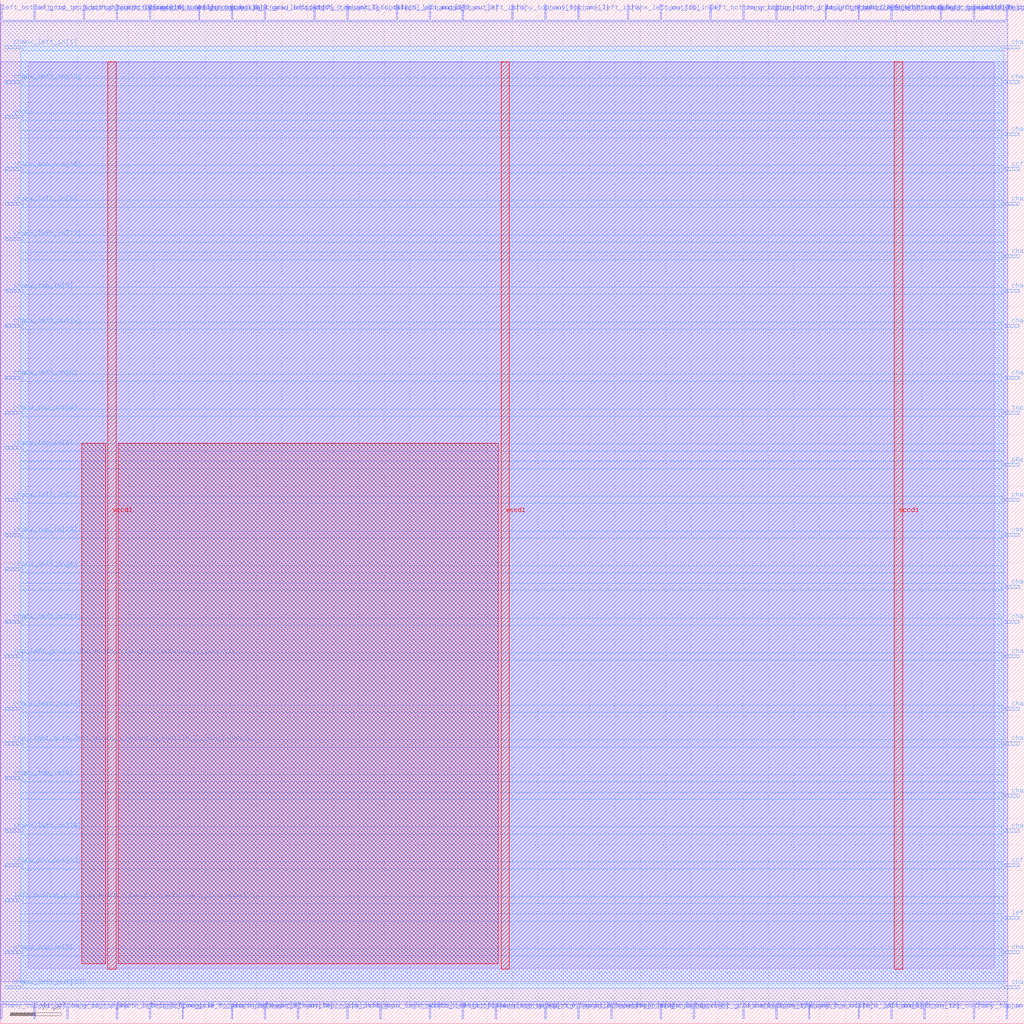
<source format=lef>
VERSION 5.7 ;
  NOWIREEXTENSIONATPIN ON ;
  DIVIDERCHAR "/" ;
  BUSBITCHARS "[]" ;
MACRO sb_4__0_
  CLASS BLOCK ;
  FOREIGN sb_4__0_ ;
  ORIGIN 0.000 0.000 ;
  SIZE 200.000 BY 200.000 ;
  PIN ccff_head
    DIRECTION INPUT ;
    USE SIGNAL ;
    PORT
      LAYER met3 ;
        RECT 196.000 30.640 199.000 31.240 ;
    END
  END ccff_head
  PIN ccff_tail
    DIRECTION OUTPUT TRISTATE ;
    USE SIGNAL ;
    PORT
      LAYER met3 ;
        RECT 196.000 166.640 199.000 167.240 ;
    END
  END ccff_tail
  PIN chanx_left_in[0]
    DIRECTION INPUT ;
    USE SIGNAL ;
    PORT
      LAYER met2 ;
        RECT 112.790 196.000 113.070 199.000 ;
    END
  END chanx_left_in[0]
  PIN chanx_left_in[10]
    DIRECTION INPUT ;
    USE SIGNAL ;
    PORT
      LAYER met3 ;
        RECT 196.000 190.440 199.000 191.040 ;
    END
  END chanx_left_in[10]
  PIN chanx_left_in[11]
    DIRECTION INPUT ;
    USE SIGNAL ;
    PORT
      LAYER met3 ;
        RECT 1.000 61.240 4.000 61.840 ;
    END
  END chanx_left_in[11]
  PIN chanx_left_in[12]
    DIRECTION INPUT ;
    USE SIGNAL ;
    PORT
      LAYER met2 ;
        RECT 173.970 1.000 174.250 4.000 ;
    END
  END chanx_left_in[12]
  PIN chanx_left_in[13]
    DIRECTION INPUT ;
    USE SIGNAL ;
    PORT
      LAYER met3 ;
        RECT 1.000 183.640 4.000 184.240 ;
    END
  END chanx_left_in[13]
  PIN chanx_left_in[14]
    DIRECTION INPUT ;
    USE SIGNAL ;
    PORT
      LAYER met2 ;
        RECT 190.070 196.000 190.350 199.000 ;
    END
  END chanx_left_in[14]
  PIN chanx_left_in[15]
    DIRECTION INPUT ;
    USE SIGNAL ;
    PORT
      LAYER met2 ;
        RECT 144.990 1.000 145.270 4.000 ;
    END
  END chanx_left_in[15]
  PIN chanx_left_in[16]
    DIRECTION INPUT ;
    USE SIGNAL ;
    PORT
      LAYER met3 ;
        RECT 1.000 37.440 4.000 38.040 ;
    END
  END chanx_left_in[16]
  PIN chanx_left_in[17]
    DIRECTION INPUT ;
    USE SIGNAL ;
    PORT
      LAYER met3 ;
        RECT 1.000 153.040 4.000 153.640 ;
    END
  END chanx_left_in[17]
  PIN chanx_left_in[18]
    DIRECTION INPUT ;
    USE SIGNAL ;
    PORT
      LAYER met2 ;
        RECT 51.610 1.000 51.890 4.000 ;
    END
  END chanx_left_in[18]
  PIN chanx_left_in[1]
    DIRECTION INPUT ;
    USE SIGNAL ;
    PORT
      LAYER met3 ;
        RECT 1.000 190.440 4.000 191.040 ;
    END
  END chanx_left_in[1]
  PIN chanx_left_in[2]
    DIRECTION INPUT ;
    USE SIGNAL ;
    PORT
      LAYER met2 ;
        RECT 22.630 1.000 22.910 4.000 ;
    END
  END chanx_left_in[2]
  PIN chanx_left_in[3]
    DIRECTION INPUT ;
    USE SIGNAL ;
    PORT
      LAYER met3 ;
        RECT 1.000 102.040 4.000 102.640 ;
    END
  END chanx_left_in[3]
  PIN chanx_left_in[4]
    DIRECTION INPUT ;
    USE SIGNAL ;
    PORT
      LAYER met3 ;
        RECT 1.000 88.440 4.000 89.040 ;
    END
  END chanx_left_in[4]
  PIN chanx_left_in[5]
    DIRECTION INPUT ;
    USE SIGNAL ;
    PORT
      LAYER met3 ;
        RECT 196.000 142.840 199.000 143.440 ;
    END
  END chanx_left_in[5]
  PIN chanx_left_in[6]
    DIRECTION INPUT ;
    USE SIGNAL ;
    PORT
      LAYER met2 ;
        RECT 90.250 196.000 90.530 199.000 ;
    END
  END chanx_left_in[6]
  PIN chanx_left_in[7]
    DIRECTION INPUT ;
    USE SIGNAL ;
    PORT
      LAYER met2 ;
        RECT 167.530 1.000 167.810 4.000 ;
    END
  END chanx_left_in[7]
  PIN chanx_left_in[8]
    DIRECTION INPUT ;
    USE SIGNAL ;
    PORT
      LAYER met3 ;
        RECT 1.000 125.840 4.000 126.440 ;
    END
  END chanx_left_in[8]
  PIN chanx_left_in[9]
    DIRECTION INPUT ;
    USE SIGNAL ;
    PORT
      LAYER met3 ;
        RECT 1.000 159.840 4.000 160.440 ;
    END
  END chanx_left_in[9]
  PIN chanx_left_out[0]
    DIRECTION OUTPUT TRISTATE ;
    USE SIGNAL ;
    PORT
      LAYER met3 ;
        RECT 1.000 136.040 4.000 136.640 ;
    END
  END chanx_left_out[0]
  PIN chanx_left_out[10]
    DIRECTION OUTPUT TRISTATE ;
    USE SIGNAL ;
    PORT
      LAYER met2 ;
        RECT 112.790 1.000 113.070 4.000 ;
    END
  END chanx_left_out[10]
  PIN chanx_left_out[11]
    DIRECTION OUTPUT TRISTATE ;
    USE SIGNAL ;
    PORT
      LAYER met2 ;
        RECT 74.150 1.000 74.430 4.000 ;
    END
  END chanx_left_out[11]
  PIN chanx_left_out[12]
    DIRECTION OUTPUT TRISTATE ;
    USE SIGNAL ;
    PORT
      LAYER met2 ;
        RECT 196.510 1.000 196.790 4.000 ;
    END
  END chanx_left_out[12]
  PIN chanx_left_out[13]
    DIRECTION OUTPUT TRISTATE ;
    USE SIGNAL ;
    PORT
      LAYER met3 ;
        RECT 1.000 6.840 4.000 7.440 ;
    END
  END chanx_left_out[13]
  PIN chanx_left_out[14]
    DIRECTION OUTPUT TRISTATE ;
    USE SIGNAL ;
    PORT
      LAYER met3 ;
        RECT 196.000 102.040 199.000 102.640 ;
    END
  END chanx_left_out[14]
  PIN chanx_left_out[15]
    DIRECTION OUTPUT TRISTATE ;
    USE SIGNAL ;
    PORT
      LAYER met2 ;
        RECT 122.450 196.000 122.730 199.000 ;
    END
  END chanx_left_out[15]
  PIN chanx_left_out[16]
    DIRECTION OUTPUT TRISTATE ;
    USE SIGNAL ;
    PORT
      LAYER met2 ;
        RECT 67.710 196.000 67.990 199.000 ;
    END
  END chanx_left_out[16]
  PIN chanx_left_out[17]
    DIRECTION OUTPUT TRISTATE ;
    USE SIGNAL ;
    PORT
      LAYER met3 ;
        RECT 196.000 183.640 199.000 184.240 ;
    END
  END chanx_left_out[17]
  PIN chanx_left_out[18]
    DIRECTION OUTPUT TRISTATE ;
    USE SIGNAL ;
    PORT
      LAYER met2 ;
        RECT 83.810 1.000 84.090 4.000 ;
    END
  END chanx_left_out[18]
  PIN chanx_left_out[1]
    DIRECTION OUTPUT TRISTATE ;
    USE SIGNAL ;
    PORT
      LAYER met3 ;
        RECT 1.000 78.240 4.000 78.840 ;
    END
  END chanx_left_out[1]
  PIN chanx_left_out[2]
    DIRECTION OUTPUT TRISTATE ;
    USE SIGNAL ;
    PORT
      LAYER met3 ;
        RECT 196.000 173.440 199.000 174.040 ;
    END
  END chanx_left_out[2]
  PIN chanx_left_out[3]
    DIRECTION OUTPUT TRISTATE ;
    USE SIGNAL ;
    PORT
      LAYER met2 ;
        RECT 77.370 196.000 77.650 199.000 ;
    END
  END chanx_left_out[3]
  PIN chanx_left_out[4]
    DIRECTION OUTPUT TRISTATE ;
    USE SIGNAL ;
    PORT
      LAYER met3 ;
        RECT 196.000 44.240 199.000 44.840 ;
    END
  END chanx_left_out[4]
  PIN chanx_left_out[5]
    DIRECTION OUTPUT TRISTATE ;
    USE SIGNAL ;
    PORT
      LAYER met3 ;
        RECT 196.000 61.240 199.000 61.840 ;
    END
  END chanx_left_out[5]
  PIN chanx_left_out[6]
    DIRECTION OUTPUT TRISTATE ;
    USE SIGNAL ;
    PORT
      LAYER met2 ;
        RECT 83.810 196.000 84.090 199.000 ;
    END
  END chanx_left_out[6]
  PIN chanx_left_out[7]
    DIRECTION OUTPUT TRISTATE ;
    USE SIGNAL ;
    PORT
      LAYER met2 ;
        RECT 51.610 196.000 51.890 199.000 ;
    END
  END chanx_left_out[7]
  PIN chanx_left_out[8]
    DIRECTION OUTPUT TRISTATE ;
    USE SIGNAL ;
    PORT
      LAYER met2 ;
        RECT 128.890 1.000 129.170 4.000 ;
    END
  END chanx_left_out[8]
  PIN chanx_left_out[9]
    DIRECTION OUTPUT TRISTATE ;
    USE SIGNAL ;
    PORT
      LAYER met2 ;
        RECT 45.170 1.000 45.450 4.000 ;
    END
  END chanx_left_out[9]
  PIN chany_top_in[0]
    DIRECTION INPUT ;
    USE SIGNAL ;
    PORT
      LAYER met3 ;
        RECT 196.000 149.640 199.000 150.240 ;
    END
  END chany_top_in[0]
  PIN chany_top_in[10]
    DIRECTION INPUT ;
    USE SIGNAL ;
    PORT
      LAYER met2 ;
        RECT 190.070 1.000 190.350 4.000 ;
    END
  END chany_top_in[10]
  PIN chany_top_in[11]
    DIRECTION INPUT ;
    USE SIGNAL ;
    PORT
      LAYER met3 ;
        RECT 196.000 78.240 199.000 78.840 ;
    END
  END chany_top_in[11]
  PIN chany_top_in[12]
    DIRECTION INPUT ;
    USE SIGNAL ;
    PORT
      LAYER met2 ;
        RECT 144.990 196.000 145.270 199.000 ;
    END
  END chany_top_in[12]
  PIN chany_top_in[13]
    DIRECTION INPUT ;
    USE SIGNAL ;
    PORT
      LAYER met2 ;
        RECT 61.270 196.000 61.550 199.000 ;
    END
  END chany_top_in[13]
  PIN chany_top_in[14]
    DIRECTION INPUT ;
    USE SIGNAL ;
    PORT
      LAYER met3 ;
        RECT 196.000 6.840 199.000 7.440 ;
    END
  END chany_top_in[14]
  PIN chany_top_in[15]
    DIRECTION INPUT ;
    USE SIGNAL ;
    PORT
      LAYER met3 ;
        RECT 196.000 159.840 199.000 160.440 ;
    END
  END chany_top_in[15]
  PIN chany_top_in[16]
    DIRECTION INPUT ;
    USE SIGNAL ;
    PORT
      LAYER met2 ;
        RECT 183.630 196.000 183.910 199.000 ;
    END
  END chany_top_in[16]
  PIN chany_top_in[17]
    DIRECTION INPUT ;
    USE SIGNAL ;
    PORT
      LAYER met2 ;
        RECT 106.350 196.000 106.630 199.000 ;
    END
  END chany_top_in[17]
  PIN chany_top_in[18]
    DIRECTION INPUT ;
    USE SIGNAL ;
    PORT
      LAYER met3 ;
        RECT 1.000 95.240 4.000 95.840 ;
    END
  END chany_top_in[18]
  PIN chany_top_in[1]
    DIRECTION INPUT ;
    USE SIGNAL ;
    PORT
      LAYER met3 ;
        RECT 196.000 37.440 199.000 38.040 ;
    END
  END chany_top_in[1]
  PIN chany_top_in[2]
    DIRECTION INPUT ;
    USE SIGNAL ;
    PORT
      LAYER met3 ;
        RECT 1.000 112.240 4.000 112.840 ;
    END
  END chany_top_in[2]
  PIN chany_top_in[3]
    DIRECTION INPUT ;
    USE SIGNAL ;
    PORT
      LAYER met3 ;
        RECT 1.000 13.640 4.000 14.240 ;
    END
  END chany_top_in[3]
  PIN chany_top_in[4]
    DIRECTION INPUT ;
    USE SIGNAL ;
    PORT
      LAYER met2 ;
        RECT 128.890 196.000 129.170 199.000 ;
    END
  END chany_top_in[4]
  PIN chany_top_in[5]
    DIRECTION INPUT ;
    USE SIGNAL ;
    PORT
      LAYER met3 ;
        RECT 1.000 142.840 4.000 143.440 ;
    END
  END chany_top_in[5]
  PIN chany_top_in[6]
    DIRECTION INPUT ;
    USE SIGNAL ;
    PORT
      LAYER met2 ;
        RECT 151.430 1.000 151.710 4.000 ;
    END
  END chany_top_in[6]
  PIN chany_top_in[7]
    DIRECTION INPUT ;
    USE SIGNAL ;
    PORT
      LAYER met2 ;
        RECT 167.530 196.000 167.810 199.000 ;
    END
  END chany_top_in[7]
  PIN chany_top_in[8]
    DIRECTION INPUT ;
    USE SIGNAL ;
    PORT
      LAYER met3 ;
        RECT 1.000 47.640 4.000 48.240 ;
    END
  END chany_top_in[8]
  PIN chany_top_in[9]
    DIRECTION INPUT ;
    USE SIGNAL ;
    PORT
      LAYER met2 ;
        RECT 12.970 1.000 13.250 4.000 ;
    END
  END chany_top_in[9]
  PIN chany_top_out[0]
    DIRECTION OUTPUT TRISTATE ;
    USE SIGNAL ;
    PORT
      LAYER met2 ;
        RECT 58.050 1.000 58.330 4.000 ;
    END
  END chany_top_out[0]
  PIN chany_top_out[10]
    DIRECTION OUTPUT TRISTATE ;
    USE SIGNAL ;
    PORT
      LAYER met2 ;
        RECT 180.410 1.000 180.690 4.000 ;
    END
  END chany_top_out[10]
  PIN chany_top_out[11]
    DIRECTION OUTPUT TRISTATE ;
    USE SIGNAL ;
    PORT
      LAYER met3 ;
        RECT 196.000 85.040 199.000 85.640 ;
    END
  END chany_top_out[11]
  PIN chany_top_out[12]
    DIRECTION OUTPUT TRISTATE ;
    USE SIGNAL ;
    PORT
      LAYER met3 ;
        RECT 196.000 54.440 199.000 55.040 ;
    END
  END chany_top_out[12]
  PIN chany_top_out[13]
    DIRECTION OUTPUT TRISTATE ;
    USE SIGNAL ;
    PORT
      LAYER met3 ;
        RECT 1.000 30.640 4.000 31.240 ;
    END
  END chany_top_out[13]
  PIN chany_top_out[14]
    DIRECTION OUTPUT TRISTATE ;
    USE SIGNAL ;
    PORT
      LAYER met3 ;
        RECT 1.000 166.640 4.000 167.240 ;
    END
  END chany_top_out[14]
  PIN chany_top_out[15]
    DIRECTION OUTPUT TRISTATE ;
    USE SIGNAL ;
    PORT
      LAYER met3 ;
        RECT 196.000 13.640 199.000 14.240 ;
    END
  END chany_top_out[15]
  PIN chany_top_out[16]
    DIRECTION OUTPUT TRISTATE ;
    USE SIGNAL ;
    PORT
      LAYER met2 ;
        RECT 22.630 196.000 22.910 199.000 ;
    END
  END chany_top_out[16]
  PIN chany_top_out[17]
    DIRECTION OUTPUT TRISTATE ;
    USE SIGNAL ;
    PORT
      LAYER met3 ;
        RECT 196.000 71.440 199.000 72.040 ;
    END
  END chany_top_out[17]
  PIN chany_top_out[18]
    DIRECTION OUTPUT TRISTATE ;
    USE SIGNAL ;
    PORT
      LAYER met3 ;
        RECT 196.000 125.840 199.000 126.440 ;
    END
  END chany_top_out[18]
  PIN chany_top_out[1]
    DIRECTION OUTPUT TRISTATE ;
    USE SIGNAL ;
    PORT
      LAYER met2 ;
        RECT 157.870 1.000 158.150 4.000 ;
    END
  END chany_top_out[1]
  PIN chany_top_out[2]
    DIRECTION OUTPUT TRISTATE ;
    USE SIGNAL ;
    PORT
      LAYER met3 ;
        RECT 196.000 136.040 199.000 136.640 ;
    END
  END chany_top_out[2]
  PIN chany_top_out[3]
    DIRECTION OUTPUT TRISTATE ;
    USE SIGNAL ;
    PORT
      LAYER met2 ;
        RECT 29.070 196.000 29.350 199.000 ;
    END
  END chany_top_out[3]
  PIN chany_top_out[4]
    DIRECTION OUTPUT TRISTATE ;
    USE SIGNAL ;
    PORT
      LAYER met3 ;
        RECT 1.000 119.040 4.000 119.640 ;
    END
  END chany_top_out[4]
  PIN chany_top_out[5]
    DIRECTION OUTPUT TRISTATE ;
    USE SIGNAL ;
    PORT
      LAYER met2 ;
        RECT 96.690 1.000 96.970 4.000 ;
    END
  END chany_top_out[5]
  PIN chany_top_out[6]
    DIRECTION OUTPUT TRISTATE ;
    USE SIGNAL ;
    PORT
      LAYER met2 ;
        RECT 0.090 1.000 0.370 4.000 ;
    END
  END chany_top_out[6]
  PIN chany_top_out[7]
    DIRECTION OUTPUT TRISTATE ;
    USE SIGNAL ;
    PORT
      LAYER met2 ;
        RECT 119.230 1.000 119.510 4.000 ;
    END
  END chany_top_out[7]
  PIN chany_top_out[8]
    DIRECTION OUTPUT TRISTATE ;
    USE SIGNAL ;
    PORT
      LAYER met2 ;
        RECT 38.730 196.000 39.010 199.000 ;
    END
  END chany_top_out[8]
  PIN chany_top_out[9]
    DIRECTION OUTPUT TRISTATE ;
    USE SIGNAL ;
    PORT
      LAYER met2 ;
        RECT 99.910 196.000 100.190 199.000 ;
    END
  END chany_top_out[9]
  PIN left_bottom_grid_top_width_0_height_0_subtile_0__pin_inpad_0_
    DIRECTION INPUT ;
    USE SIGNAL ;
    PORT
      LAYER met3 ;
        RECT 1.000 23.840 4.000 24.440 ;
    END
  END left_bottom_grid_top_width_0_height_0_subtile_0__pin_inpad_0_
  PIN left_bottom_grid_top_width_0_height_0_subtile_1__pin_inpad_0_
    DIRECTION INPUT ;
    USE SIGNAL ;
    PORT
      LAYER met2 ;
        RECT 0.090 196.000 0.370 199.000 ;
    END
  END left_bottom_grid_top_width_0_height_0_subtile_1__pin_inpad_0_
  PIN left_bottom_grid_top_width_0_height_0_subtile_2__pin_inpad_0_
    DIRECTION INPUT ;
    USE SIGNAL ;
    PORT
      LAYER met2 ;
        RECT 29.070 1.000 29.350 4.000 ;
    END
  END left_bottom_grid_top_width_0_height_0_subtile_2__pin_inpad_0_
  PIN left_bottom_grid_top_width_0_height_0_subtile_3__pin_inpad_0_
    DIRECTION INPUT ;
    USE SIGNAL ;
    PORT
      LAYER met2 ;
        RECT 6.530 1.000 6.810 4.000 ;
    END
  END left_bottom_grid_top_width_0_height_0_subtile_3__pin_inpad_0_
  PIN left_bottom_grid_top_width_0_height_0_subtile_4__pin_inpad_0_
    DIRECTION INPUT ;
    USE SIGNAL ;
    PORT
      LAYER met2 ;
        RECT 173.970 196.000 174.250 199.000 ;
    END
  END left_bottom_grid_top_width_0_height_0_subtile_4__pin_inpad_0_
  PIN left_bottom_grid_top_width_0_height_0_subtile_5__pin_inpad_0_
    DIRECTION INPUT ;
    USE SIGNAL ;
    PORT
      LAYER met2 ;
        RECT 138.550 196.000 138.830 199.000 ;
    END
  END left_bottom_grid_top_width_0_height_0_subtile_5__pin_inpad_0_
  PIN left_bottom_grid_top_width_0_height_0_subtile_6__pin_inpad_0_
    DIRECTION INPUT ;
    USE SIGNAL ;
    PORT
      LAYER met2 ;
        RECT 90.250 1.000 90.530 4.000 ;
    END
  END left_bottom_grid_top_width_0_height_0_subtile_6__pin_inpad_0_
  PIN left_bottom_grid_top_width_0_height_0_subtile_7__pin_inpad_0_
    DIRECTION INPUT ;
    USE SIGNAL ;
    PORT
      LAYER met2 ;
        RECT 196.510 196.000 196.790 199.000 ;
    END
  END left_bottom_grid_top_width_0_height_0_subtile_7__pin_inpad_0_
  PIN left_top_grid_bottom_width_0_height_0_subtile_0__pin_O_2_
    DIRECTION INPUT ;
    USE SIGNAL ;
    PORT
      LAYER met3 ;
        RECT 196.000 20.440 199.000 21.040 ;
    END
  END left_top_grid_bottom_width_0_height_0_subtile_0__pin_O_2_
  PIN left_top_grid_bottom_width_0_height_0_subtile_0__pin_O_6_
    DIRECTION INPUT ;
    USE SIGNAL ;
    PORT
      LAYER met2 ;
        RECT 6.530 196.000 6.810 199.000 ;
    END
  END left_top_grid_bottom_width_0_height_0_subtile_0__pin_O_6_
  PIN pReset
    DIRECTION INPUT ;
    USE SIGNAL ;
    PORT
      LAYER met3 ;
        RECT 196.000 108.840 199.000 109.440 ;
    END
  END pReset
  PIN prog_clk
    DIRECTION INPUT ;
    USE SIGNAL ;
    PORT
      LAYER met2 ;
        RECT 35.510 1.000 35.790 4.000 ;
    END
  END prog_clk
  PIN top_left_grid_right_width_0_height_0_subtile_0__pin_O_1_
    DIRECTION INPUT ;
    USE SIGNAL ;
    PORT
      LAYER met2 ;
        RECT 67.710 1.000 67.990 4.000 ;
    END
  END top_left_grid_right_width_0_height_0_subtile_0__pin_O_1_
  PIN top_left_grid_right_width_0_height_0_subtile_0__pin_O_5_
    DIRECTION INPUT ;
    USE SIGNAL ;
    PORT
      LAYER met3 ;
        RECT 1.000 71.440 4.000 72.040 ;
    END
  END top_left_grid_right_width_0_height_0_subtile_0__pin_O_5_
  PIN top_right_grid_left_width_0_height_0_subtile_0__pin_inpad_0_
    DIRECTION INPUT ;
    USE SIGNAL ;
    PORT
      LAYER met3 ;
        RECT 196.000 119.040 199.000 119.640 ;
    END
  END top_right_grid_left_width_0_height_0_subtile_0__pin_inpad_0_
  PIN top_right_grid_left_width_0_height_0_subtile_1__pin_inpad_0_
    DIRECTION INPUT ;
    USE SIGNAL ;
    PORT
      LAYER met2 ;
        RECT 106.350 1.000 106.630 4.000 ;
    END
  END top_right_grid_left_width_0_height_0_subtile_1__pin_inpad_0_
  PIN top_right_grid_left_width_0_height_0_subtile_2__pin_inpad_0_
    DIRECTION INPUT ;
    USE SIGNAL ;
    PORT
      LAYER met2 ;
        RECT 161.090 196.000 161.370 199.000 ;
    END
  END top_right_grid_left_width_0_height_0_subtile_2__pin_inpad_0_
  PIN top_right_grid_left_width_0_height_0_subtile_3__pin_inpad_0_
    DIRECTION INPUT ;
    USE SIGNAL ;
    PORT
      LAYER met2 ;
        RECT 151.430 196.000 151.710 199.000 ;
    END
  END top_right_grid_left_width_0_height_0_subtile_3__pin_inpad_0_
  PIN top_right_grid_left_width_0_height_0_subtile_4__pin_inpad_0_
    DIRECTION INPUT ;
    USE SIGNAL ;
    PORT
      LAYER met2 ;
        RECT 16.190 196.000 16.470 199.000 ;
    END
  END top_right_grid_left_width_0_height_0_subtile_4__pin_inpad_0_
  PIN top_right_grid_left_width_0_height_0_subtile_5__pin_inpad_0_
    DIRECTION INPUT ;
    USE SIGNAL ;
    PORT
      LAYER met2 ;
        RECT 45.170 196.000 45.450 199.000 ;
    END
  END top_right_grid_left_width_0_height_0_subtile_5__pin_inpad_0_
  PIN top_right_grid_left_width_0_height_0_subtile_6__pin_inpad_0_
    DIRECTION INPUT ;
    USE SIGNAL ;
    PORT
      LAYER met2 ;
        RECT 135.330 1.000 135.610 4.000 ;
    END
  END top_right_grid_left_width_0_height_0_subtile_6__pin_inpad_0_
  PIN top_right_grid_left_width_0_height_0_subtile_7__pin_inpad_0_
    DIRECTION INPUT ;
    USE SIGNAL ;
    PORT
      LAYER met3 ;
        RECT 1.000 54.440 4.000 55.040 ;
    END
  END top_right_grid_left_width_0_height_0_subtile_7__pin_inpad_0_
  PIN vccd1
    DIRECTION INOUT ;
    USE SIGNAL ;
    PORT
      LAYER met3 ;
        RECT 1.000 176.840 4.000 177.440 ;
    END
    PORT
      LAYER met4 ;
        RECT 21.040 10.640 22.640 187.920 ;
    END
    PORT
      LAYER met4 ;
        RECT 174.640 10.640 176.240 187.920 ;
    END
  END vccd1
  PIN vssd1
    DIRECTION INOUT ;
    USE SIGNAL ;
    PORT
      LAYER met3 ;
        RECT 196.000 95.240 199.000 95.840 ;
    END
    PORT
      LAYER met4 ;
        RECT 97.840 10.640 99.440 187.920 ;
    END
  END vssd1
  OBS
      LAYER li1 ;
        RECT 5.520 10.795 194.120 187.765 ;
      LAYER met1 ;
        RECT 0.070 8.200 196.810 187.920 ;
      LAYER met2 ;
        RECT 0.650 195.720 6.250 196.000 ;
        RECT 7.090 195.720 15.910 196.000 ;
        RECT 16.750 195.720 22.350 196.000 ;
        RECT 23.190 195.720 28.790 196.000 ;
        RECT 29.630 195.720 38.450 196.000 ;
        RECT 39.290 195.720 44.890 196.000 ;
        RECT 45.730 195.720 51.330 196.000 ;
        RECT 52.170 195.720 60.990 196.000 ;
        RECT 61.830 195.720 67.430 196.000 ;
        RECT 68.270 195.720 77.090 196.000 ;
        RECT 77.930 195.720 83.530 196.000 ;
        RECT 84.370 195.720 89.970 196.000 ;
        RECT 90.810 195.720 99.630 196.000 ;
        RECT 100.470 195.720 106.070 196.000 ;
        RECT 106.910 195.720 112.510 196.000 ;
        RECT 113.350 195.720 122.170 196.000 ;
        RECT 123.010 195.720 128.610 196.000 ;
        RECT 129.450 195.720 138.270 196.000 ;
        RECT 139.110 195.720 144.710 196.000 ;
        RECT 145.550 195.720 151.150 196.000 ;
        RECT 151.990 195.720 160.810 196.000 ;
        RECT 161.650 195.720 167.250 196.000 ;
        RECT 168.090 195.720 173.690 196.000 ;
        RECT 174.530 195.720 183.350 196.000 ;
        RECT 184.190 195.720 189.790 196.000 ;
        RECT 190.630 195.720 196.230 196.000 ;
        RECT 0.100 4.280 196.780 195.720 ;
        RECT 0.650 3.670 6.250 4.280 ;
        RECT 7.090 3.670 12.690 4.280 ;
        RECT 13.530 3.670 22.350 4.280 ;
        RECT 23.190 3.670 28.790 4.280 ;
        RECT 29.630 3.670 35.230 4.280 ;
        RECT 36.070 3.670 44.890 4.280 ;
        RECT 45.730 3.670 51.330 4.280 ;
        RECT 52.170 3.670 57.770 4.280 ;
        RECT 58.610 3.670 67.430 4.280 ;
        RECT 68.270 3.670 73.870 4.280 ;
        RECT 74.710 3.670 83.530 4.280 ;
        RECT 84.370 3.670 89.970 4.280 ;
        RECT 90.810 3.670 96.410 4.280 ;
        RECT 97.250 3.670 106.070 4.280 ;
        RECT 106.910 3.670 112.510 4.280 ;
        RECT 113.350 3.670 118.950 4.280 ;
        RECT 119.790 3.670 128.610 4.280 ;
        RECT 129.450 3.670 135.050 4.280 ;
        RECT 135.890 3.670 144.710 4.280 ;
        RECT 145.550 3.670 151.150 4.280 ;
        RECT 151.990 3.670 157.590 4.280 ;
        RECT 158.430 3.670 167.250 4.280 ;
        RECT 168.090 3.670 173.690 4.280 ;
        RECT 174.530 3.670 180.130 4.280 ;
        RECT 180.970 3.670 189.790 4.280 ;
        RECT 190.630 3.670 196.230 4.280 ;
      LAYER met3 ;
        RECT 4.400 190.040 195.600 190.905 ;
        RECT 4.000 184.640 196.000 190.040 ;
        RECT 4.400 183.240 195.600 184.640 ;
        RECT 4.000 177.840 196.000 183.240 ;
        RECT 4.400 176.440 196.000 177.840 ;
        RECT 4.000 174.440 196.000 176.440 ;
        RECT 4.000 173.040 195.600 174.440 ;
        RECT 4.000 167.640 196.000 173.040 ;
        RECT 4.400 166.240 195.600 167.640 ;
        RECT 4.000 160.840 196.000 166.240 ;
        RECT 4.400 159.440 195.600 160.840 ;
        RECT 4.000 154.040 196.000 159.440 ;
        RECT 4.400 152.640 196.000 154.040 ;
        RECT 4.000 150.640 196.000 152.640 ;
        RECT 4.000 149.240 195.600 150.640 ;
        RECT 4.000 143.840 196.000 149.240 ;
        RECT 4.400 142.440 195.600 143.840 ;
        RECT 4.000 137.040 196.000 142.440 ;
        RECT 4.400 135.640 195.600 137.040 ;
        RECT 4.000 126.840 196.000 135.640 ;
        RECT 4.400 125.440 195.600 126.840 ;
        RECT 4.000 120.040 196.000 125.440 ;
        RECT 4.400 118.640 195.600 120.040 ;
        RECT 4.000 113.240 196.000 118.640 ;
        RECT 4.400 111.840 196.000 113.240 ;
        RECT 4.000 109.840 196.000 111.840 ;
        RECT 4.000 108.440 195.600 109.840 ;
        RECT 4.000 103.040 196.000 108.440 ;
        RECT 4.400 101.640 195.600 103.040 ;
        RECT 4.000 96.240 196.000 101.640 ;
        RECT 4.400 94.840 195.600 96.240 ;
        RECT 4.000 89.440 196.000 94.840 ;
        RECT 4.400 88.040 196.000 89.440 ;
        RECT 4.000 86.040 196.000 88.040 ;
        RECT 4.000 84.640 195.600 86.040 ;
        RECT 4.000 79.240 196.000 84.640 ;
        RECT 4.400 77.840 195.600 79.240 ;
        RECT 4.000 72.440 196.000 77.840 ;
        RECT 4.400 71.040 195.600 72.440 ;
        RECT 4.000 62.240 196.000 71.040 ;
        RECT 4.400 60.840 195.600 62.240 ;
        RECT 4.000 55.440 196.000 60.840 ;
        RECT 4.400 54.040 195.600 55.440 ;
        RECT 4.000 48.640 196.000 54.040 ;
        RECT 4.400 47.240 196.000 48.640 ;
        RECT 4.000 45.240 196.000 47.240 ;
        RECT 4.000 43.840 195.600 45.240 ;
        RECT 4.000 38.440 196.000 43.840 ;
        RECT 4.400 37.040 195.600 38.440 ;
        RECT 4.000 31.640 196.000 37.040 ;
        RECT 4.400 30.240 195.600 31.640 ;
        RECT 4.000 24.840 196.000 30.240 ;
        RECT 4.400 23.440 196.000 24.840 ;
        RECT 4.000 21.440 196.000 23.440 ;
        RECT 4.000 20.040 195.600 21.440 ;
        RECT 4.000 14.640 196.000 20.040 ;
        RECT 4.400 13.240 195.600 14.640 ;
        RECT 4.000 7.840 196.000 13.240 ;
        RECT 4.400 6.975 195.600 7.840 ;
      LAYER met4 ;
        RECT 15.935 11.735 20.640 113.385 ;
        RECT 23.040 11.735 97.225 113.385 ;
  END
END sb_4__0_
END LIBRARY


</source>
